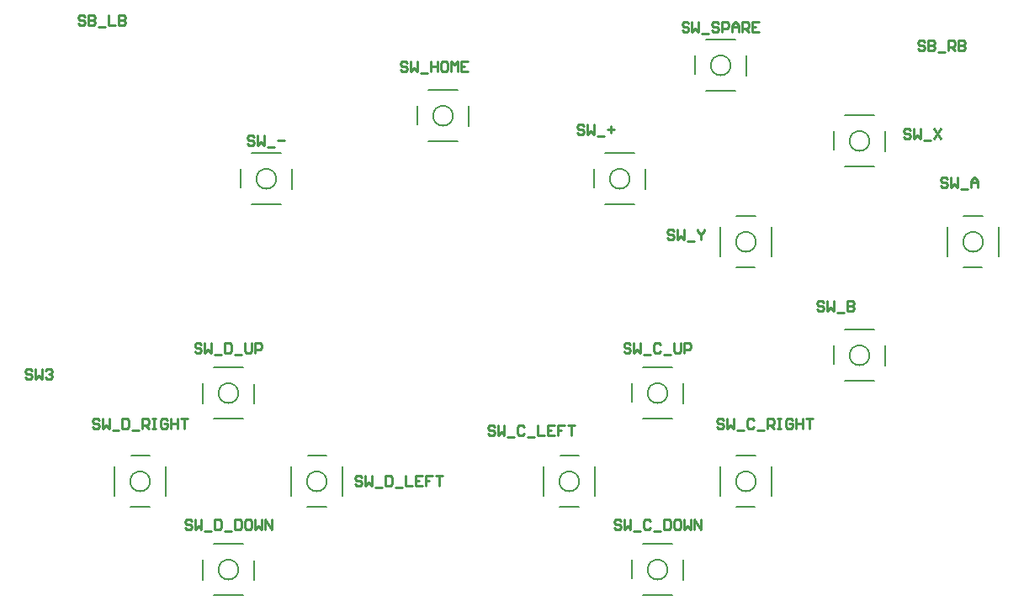
<source format=gto>
G04*
G04 #@! TF.GenerationSoftware,Altium Limited,CircuitMaker,2.2.1 (2.2.1.6)*
G04*
G04 Layer_Color=15132400*
%FSLAX25Y25*%
%MOIN*%
G70*
G04*
G04 #@! TF.SameCoordinates,AAD4B4F7-D1E0-42C2-89CD-4A0885FF1A0E*
G04*
G04*
G04 #@! TF.FilePolarity,Positive*
G04*
G01*
G75*
%ADD10C,0.00591*%
%ADD11C,0.00787*%
%ADD12C,0.01000*%
D10*
X338937Y200000D02*
G03*
X338937Y200000I-3937J0D01*
G01*
X383937Y240000D02*
G03*
X383937Y240000I-3937J0D01*
G01*
X328937Y270000D02*
G03*
X328937Y270000I-3937J0D01*
G01*
X338937Y105000D02*
G03*
X338937Y105000I-3937J0D01*
G01*
X303937Y140000D02*
G03*
X303937Y140000I-3937J0D01*
G01*
X268937Y105000D02*
G03*
X268937Y105000I-3937J0D01*
G01*
X303937Y70000D02*
G03*
X303937Y70000I-3937J0D01*
G01*
X133937Y140000D02*
G03*
X133937Y140000I-3937J0D01*
G01*
Y70000D02*
G03*
X133937Y70000I-3937J0D01*
G01*
X168937Y105000D02*
G03*
X168937Y105000I-3937J0D01*
G01*
X98937D02*
G03*
X98937Y105000I-3937J0D01*
G01*
X148937Y225000D02*
G03*
X148937Y225000I-3937J0D01*
G01*
X428937Y200000D02*
G03*
X428937Y200000I-3937J0D01*
G01*
X383937Y155000D02*
G03*
X383937Y155000I-3937J0D01*
G01*
X288937Y225000D02*
G03*
X288937Y225000I-3937J0D01*
G01*
X218937Y250000D02*
G03*
X218937Y250000I-3937J0D01*
G01*
D11*
X331063Y210236D02*
X338937D01*
X345236Y194095D02*
Y205906D01*
X324764Y194095D02*
Y205906D01*
X331063Y189764D02*
X338543D01*
X390236Y236063D02*
Y243937D01*
X374095Y229764D02*
X385906D01*
X374095Y250236D02*
X385906D01*
X369764Y236457D02*
Y243937D01*
X335236Y266063D02*
Y273937D01*
X319094Y259764D02*
X330906D01*
X319094Y280236D02*
X330906D01*
X314764Y266457D02*
Y273937D01*
X331063Y115236D02*
X338937D01*
X345236Y99094D02*
Y110906D01*
X324764Y99094D02*
Y110906D01*
X331063Y94764D02*
X338543D01*
X310236Y136063D02*
Y143937D01*
X294094Y129764D02*
X305906D01*
X294094Y150236D02*
X305906D01*
X289764Y136457D02*
Y143937D01*
X261063Y94764D02*
X268937D01*
X254764Y99094D02*
Y110906D01*
X275236Y99094D02*
Y110906D01*
X261457Y115236D02*
X268937D01*
X310236Y66063D02*
Y73937D01*
X294094Y59764D02*
X305906D01*
X294094Y80236D02*
X305906D01*
X289764Y66457D02*
Y73937D01*
X119764Y136063D02*
Y143937D01*
X124094Y150236D02*
X135906D01*
X124094Y129764D02*
X135906D01*
X140236Y136063D02*
Y143543D01*
X119764Y66063D02*
Y73937D01*
X124094Y80236D02*
X135906D01*
X124094Y59764D02*
X135906D01*
X140236Y66063D02*
Y73543D01*
X161063Y94764D02*
X168937D01*
X154764Y99094D02*
Y110906D01*
X175236Y99094D02*
Y110906D01*
X161457Y115236D02*
X168937D01*
X91063Y94764D02*
X98937D01*
X84764Y99094D02*
Y110906D01*
X105236Y99094D02*
Y110906D01*
X91457Y115236D02*
X98937D01*
X155236Y221063D02*
Y228937D01*
X139094Y214764D02*
X150906D01*
X139094Y235236D02*
X150906D01*
X134764Y221457D02*
Y228937D01*
X421063Y210236D02*
X428937D01*
X435236Y194095D02*
Y205906D01*
X414764Y194095D02*
Y205906D01*
X421063Y189764D02*
X428543D01*
X390236Y151063D02*
Y158937D01*
X374095Y144764D02*
X385906D01*
X374095Y165236D02*
X385906D01*
X369764Y151457D02*
Y158937D01*
X295236Y221063D02*
Y228937D01*
X279095Y214764D02*
X290905D01*
X279095Y235236D02*
X290905D01*
X274764Y221457D02*
Y228937D01*
X225236Y246063D02*
Y253937D01*
X209095Y239764D02*
X220905D01*
X209095Y260236D02*
X220905D01*
X204764Y246457D02*
Y253937D01*
D12*
X289337Y159166D02*
X288670Y159833D01*
X287337D01*
X286671Y159166D01*
Y158500D01*
X287337Y157833D01*
X288670D01*
X289337Y157167D01*
Y156500D01*
X288670Y155834D01*
X287337D01*
X286671Y156500D01*
X290670Y159833D02*
Y155834D01*
X292003Y157167D01*
X293336Y155834D01*
Y159833D01*
X294668Y155167D02*
X297334D01*
X301333Y159166D02*
X300666Y159833D01*
X299334D01*
X298667Y159166D01*
Y156500D01*
X299334Y155834D01*
X300666D01*
X301333Y156500D01*
X302666Y155167D02*
X305332D01*
X306664Y159833D02*
Y156500D01*
X307331Y155834D01*
X308664D01*
X309330Y156500D01*
Y159833D01*
X310663Y155834D02*
Y159833D01*
X312663D01*
X313329Y159166D01*
Y157833D01*
X312663Y157167D01*
X310663D01*
X52334Y148833D02*
X51668Y149499D01*
X50335D01*
X49668Y148833D01*
Y148167D01*
X50335Y147500D01*
X51668D01*
X52334Y146834D01*
Y146167D01*
X51668Y145501D01*
X50335D01*
X49668Y146167D01*
X53667Y149499D02*
Y145501D01*
X55000Y146834D01*
X56333Y145501D01*
Y149499D01*
X57666Y148833D02*
X58332Y149499D01*
X59665D01*
X60332Y148833D01*
Y148167D01*
X59665Y147500D01*
X58999D01*
X59665D01*
X60332Y146834D01*
Y146167D01*
X59665Y145501D01*
X58332D01*
X57666Y146167D01*
X306359Y204422D02*
X305692Y205088D01*
X304359D01*
X303693Y204422D01*
Y203756D01*
X304359Y203089D01*
X305692D01*
X306359Y202423D01*
Y201756D01*
X305692Y201090D01*
X304359D01*
X303693Y201756D01*
X307691Y205088D02*
Y201090D01*
X309024Y202423D01*
X310357Y201090D01*
Y205088D01*
X311690Y200423D02*
X314356D01*
X315689Y205088D02*
Y204422D01*
X317022Y203089D01*
X318355Y204422D01*
Y205088D01*
X317022Y203089D02*
Y201090D01*
X400335Y244166D02*
X399668Y244833D01*
X398336D01*
X397669Y244166D01*
Y243500D01*
X398336Y242833D01*
X399668D01*
X400335Y242167D01*
Y241500D01*
X399668Y240834D01*
X398336D01*
X397669Y241500D01*
X401668Y244833D02*
Y240834D01*
X403001Y242167D01*
X404334Y240834D01*
Y244833D01*
X405666Y240167D02*
X408332D01*
X409665Y244833D02*
X412331Y240834D01*
Y244833D02*
X409665Y240834D01*
X200866Y270832D02*
X200199Y271499D01*
X198866D01*
X198200Y270832D01*
Y270166D01*
X198866Y269499D01*
X200199D01*
X200866Y268833D01*
Y268166D01*
X200199Y267500D01*
X198866D01*
X198200Y268166D01*
X202199Y271499D02*
Y267500D01*
X203532Y268833D01*
X204865Y267500D01*
Y271499D01*
X206197Y266834D02*
X208863D01*
X210196Y271499D02*
Y267500D01*
Y269499D01*
X212862D01*
Y271499D01*
Y267500D01*
X216194Y271499D02*
X214861D01*
X214195Y270832D01*
Y268166D01*
X214861Y267500D01*
X216194D01*
X216861Y268166D01*
Y270832D01*
X216194Y271499D01*
X218194Y267500D02*
Y271499D01*
X219527Y270166D01*
X220859Y271499D01*
Y267500D01*
X224858Y271499D02*
X222192D01*
Y267500D01*
X224858D01*
X222192Y269499D02*
X223525D01*
X119337Y159166D02*
X118670Y159833D01*
X117337D01*
X116671Y159166D01*
Y158500D01*
X117337Y157833D01*
X118670D01*
X119337Y157167D01*
Y156500D01*
X118670Y155834D01*
X117337D01*
X116671Y156500D01*
X120670Y159833D02*
Y155834D01*
X122003Y157167D01*
X123336Y155834D01*
Y159833D01*
X124668Y155167D02*
X127334D01*
X128667Y159833D02*
Y155834D01*
X130666D01*
X131333Y156500D01*
Y159166D01*
X130666Y159833D01*
X128667D01*
X132666Y155167D02*
X135332D01*
X136664Y159833D02*
Y156500D01*
X137331Y155834D01*
X138664D01*
X139330Y156500D01*
Y159833D01*
X140663Y155834D02*
Y159833D01*
X142663D01*
X143329Y159166D01*
Y157833D01*
X142663Y157167D01*
X140663D01*
X78672Y129166D02*
X78005Y129833D01*
X76673D01*
X76006Y129166D01*
Y128500D01*
X76673Y127833D01*
X78005D01*
X78672Y127167D01*
Y126500D01*
X78005Y125834D01*
X76673D01*
X76006Y126500D01*
X80005Y129833D02*
Y125834D01*
X81338Y127167D01*
X82671Y125834D01*
Y129833D01*
X84004Y125167D02*
X86669D01*
X88002Y129833D02*
Y125834D01*
X90002D01*
X90668Y126500D01*
Y129166D01*
X90002Y129833D01*
X88002D01*
X92001Y125167D02*
X94667D01*
X96000Y125834D02*
Y129833D01*
X97999D01*
X98665Y129166D01*
Y127833D01*
X97999Y127167D01*
X96000D01*
X97333D02*
X98665Y125834D01*
X99998Y129833D02*
X101331D01*
X100665D01*
Y125834D01*
X99998D01*
X101331D01*
X105997Y129166D02*
X105330Y129833D01*
X103997D01*
X103331Y129166D01*
Y126500D01*
X103997Y125834D01*
X105330D01*
X105997Y126500D01*
Y127833D01*
X104664D01*
X107329Y129833D02*
Y125834D01*
Y127833D01*
X109995D01*
Y129833D01*
Y125834D01*
X111328Y129833D02*
X113994D01*
X112661D01*
Y125834D01*
X182838Y106666D02*
X182172Y107333D01*
X180839D01*
X180172Y106666D01*
Y106000D01*
X180839Y105333D01*
X182172D01*
X182838Y104667D01*
Y104000D01*
X182172Y103334D01*
X180839D01*
X180172Y104000D01*
X184171Y107333D02*
Y103334D01*
X185504Y104667D01*
X186837Y103334D01*
Y107333D01*
X188170Y102667D02*
X190835D01*
X192168Y107333D02*
Y103334D01*
X194168D01*
X194834Y104000D01*
Y106666D01*
X194168Y107333D01*
X192168D01*
X196167Y102667D02*
X198833D01*
X200166Y107333D02*
Y103334D01*
X202832D01*
X206830Y107333D02*
X204165D01*
Y103334D01*
X206830D01*
X204165Y105333D02*
X205497D01*
X210829Y107333D02*
X208163D01*
Y105333D01*
X209496D01*
X208163D01*
Y103334D01*
X212162Y107333D02*
X214828D01*
X213495D01*
Y103334D01*
X115338Y89166D02*
X114672Y89833D01*
X113339D01*
X112672Y89166D01*
Y88500D01*
X113339Y87833D01*
X114672D01*
X115338Y87167D01*
Y86500D01*
X114672Y85834D01*
X113339D01*
X112672Y86500D01*
X116671Y89833D02*
Y85834D01*
X118004Y87167D01*
X119337Y85834D01*
Y89833D01*
X120670Y85167D02*
X123336D01*
X124668Y89833D02*
Y85834D01*
X126668D01*
X127334Y86500D01*
Y89166D01*
X126668Y89833D01*
X124668D01*
X128667Y85167D02*
X131333D01*
X132666Y89833D02*
Y85834D01*
X134665D01*
X135332Y86500D01*
Y89166D01*
X134665Y89833D01*
X132666D01*
X138664D02*
X137331D01*
X136664Y89166D01*
Y86500D01*
X137331Y85834D01*
X138664D01*
X139330Y86500D01*
Y89166D01*
X138664Y89833D01*
X140663D02*
Y85834D01*
X141996Y87167D01*
X143329Y85834D01*
Y89833D01*
X144662Y85834D02*
Y89833D01*
X147328Y85834D01*
Y89833D01*
X326172Y129166D02*
X325505Y129833D01*
X324173D01*
X323506Y129166D01*
Y128500D01*
X324173Y127833D01*
X325505D01*
X326172Y127167D01*
Y126500D01*
X325505Y125834D01*
X324173D01*
X323506Y126500D01*
X327505Y129833D02*
Y125834D01*
X328838Y127167D01*
X330171Y125834D01*
Y129833D01*
X331504Y125167D02*
X334169D01*
X338168Y129166D02*
X337502Y129833D01*
X336169D01*
X335502Y129166D01*
Y126500D01*
X336169Y125834D01*
X337502D01*
X338168Y126500D01*
X339501Y125167D02*
X342167D01*
X343500Y125834D02*
Y129833D01*
X345499D01*
X346165Y129166D01*
Y127833D01*
X345499Y127167D01*
X343500D01*
X344833D02*
X346165Y125834D01*
X347498Y129833D02*
X348831D01*
X348165D01*
Y125834D01*
X347498D01*
X348831D01*
X353497Y129166D02*
X352830Y129833D01*
X351497D01*
X350831Y129166D01*
Y126500D01*
X351497Y125834D01*
X352830D01*
X353497Y126500D01*
Y127833D01*
X352164D01*
X354829Y129833D02*
Y125834D01*
Y127833D01*
X357495D01*
Y129833D01*
Y125834D01*
X358828Y129833D02*
X361494D01*
X360161D01*
Y125834D01*
X235338Y126666D02*
X234672Y127333D01*
X233339D01*
X232672Y126666D01*
Y126000D01*
X233339Y125333D01*
X234672D01*
X235338Y124667D01*
Y124000D01*
X234672Y123334D01*
X233339D01*
X232672Y124000D01*
X236671Y127333D02*
Y123334D01*
X238004Y124667D01*
X239337Y123334D01*
Y127333D01*
X240670Y122667D02*
X243336D01*
X247334Y126666D02*
X246668Y127333D01*
X245335D01*
X244668Y126666D01*
Y124000D01*
X245335Y123334D01*
X246668D01*
X247334Y124000D01*
X248667Y122667D02*
X251333D01*
X252666Y127333D02*
Y123334D01*
X255332D01*
X259330Y127333D02*
X256664D01*
Y123334D01*
X259330D01*
X256664Y125333D02*
X257997D01*
X263329Y127333D02*
X260663D01*
Y125333D01*
X261996D01*
X260663D01*
Y123334D01*
X264662Y127333D02*
X267328D01*
X265995D01*
Y123334D01*
X285338Y89166D02*
X284672Y89833D01*
X283339D01*
X282672Y89166D01*
Y88500D01*
X283339Y87833D01*
X284672D01*
X285338Y87167D01*
Y86500D01*
X284672Y85834D01*
X283339D01*
X282672Y86500D01*
X286671Y89833D02*
Y85834D01*
X288004Y87167D01*
X289337Y85834D01*
Y89833D01*
X290670Y85167D02*
X293336D01*
X297334Y89166D02*
X296668Y89833D01*
X295335D01*
X294668Y89166D01*
Y86500D01*
X295335Y85834D01*
X296668D01*
X297334Y86500D01*
X298667Y85167D02*
X301333D01*
X302666Y89833D02*
Y85834D01*
X304665D01*
X305332Y86500D01*
Y89166D01*
X304665Y89833D01*
X302666D01*
X308664D02*
X307331D01*
X306664Y89166D01*
Y86500D01*
X307331Y85834D01*
X308664D01*
X309330Y86500D01*
Y89166D01*
X308664Y89833D01*
X310663D02*
Y85834D01*
X311996Y87167D01*
X313329Y85834D01*
Y89833D01*
X314662Y85834D02*
Y89833D01*
X317328Y85834D01*
Y89833D01*
X365866Y175832D02*
X365199Y176499D01*
X363866D01*
X363200Y175832D01*
Y175166D01*
X363866Y174499D01*
X365199D01*
X365866Y173833D01*
Y173167D01*
X365199Y172500D01*
X363866D01*
X363200Y173167D01*
X367199Y176499D02*
Y172500D01*
X368532Y173833D01*
X369865Y172500D01*
Y176499D01*
X371197Y171834D02*
X373863D01*
X375196Y176499D02*
Y172500D01*
X377196D01*
X377862Y173167D01*
Y173833D01*
X377196Y174499D01*
X375196D01*
X377196D01*
X377862Y175166D01*
Y175832D01*
X377196Y176499D01*
X375196D01*
X414766Y224832D02*
X414099Y225499D01*
X412766D01*
X412100Y224832D01*
Y224166D01*
X412766Y223499D01*
X414099D01*
X414766Y222833D01*
Y222166D01*
X414099Y221500D01*
X412766D01*
X412100Y222166D01*
X416099Y225499D02*
Y221500D01*
X417432Y222833D01*
X418764Y221500D01*
Y225499D01*
X420097Y220834D02*
X422763D01*
X424096Y221500D02*
Y224166D01*
X425429Y225499D01*
X426762Y224166D01*
Y221500D01*
Y223499D01*
X424096D01*
X140335Y241666D02*
X139668Y242333D01*
X138336D01*
X137669Y241666D01*
Y241000D01*
X138336Y240333D01*
X139668D01*
X140335Y239667D01*
Y239000D01*
X139668Y238334D01*
X138336D01*
X137669Y239000D01*
X141668Y242333D02*
Y238334D01*
X143001Y239667D01*
X144334Y238334D01*
Y242333D01*
X145667Y237667D02*
X148332D01*
X149665Y240333D02*
X152331D01*
X270866Y245832D02*
X270199Y246499D01*
X268866D01*
X268200Y245832D01*
Y245166D01*
X268866Y244499D01*
X270199D01*
X270866Y243833D01*
Y243166D01*
X270199Y242500D01*
X268866D01*
X268200Y243166D01*
X272199Y246499D02*
Y242500D01*
X273532Y243833D01*
X274865Y242500D01*
Y246499D01*
X276197Y241834D02*
X278863D01*
X280196Y244499D02*
X282862D01*
X281529Y245832D02*
Y243166D01*
X312337Y286666D02*
X311671Y287333D01*
X310338D01*
X309672Y286666D01*
Y286000D01*
X310338Y285333D01*
X311671D01*
X312337Y284667D01*
Y284000D01*
X311671Y283334D01*
X310338D01*
X309672Y284000D01*
X313670Y287333D02*
Y283334D01*
X315003Y284667D01*
X316336Y283334D01*
Y287333D01*
X317669Y282667D02*
X320335D01*
X324334Y286666D02*
X323667Y287333D01*
X322334D01*
X321668Y286666D01*
Y286000D01*
X322334Y285333D01*
X323667D01*
X324334Y284667D01*
Y284000D01*
X323667Y283334D01*
X322334D01*
X321668Y284000D01*
X325666Y283334D02*
Y287333D01*
X327666D01*
X328332Y286666D01*
Y285333D01*
X327666Y284667D01*
X325666D01*
X329665Y283334D02*
Y286000D01*
X330998Y287333D01*
X332331Y286000D01*
Y283334D01*
Y285333D01*
X329665D01*
X333664Y283334D02*
Y287333D01*
X335663D01*
X336330Y286666D01*
Y285333D01*
X335663Y284667D01*
X333664D01*
X334997D02*
X336330Y283334D01*
X340328Y287333D02*
X337663D01*
Y283334D01*
X340328D01*
X337663Y285333D02*
X338996D01*
X405835Y279166D02*
X405169Y279833D01*
X403836D01*
X403170Y279166D01*
Y278500D01*
X403836Y277833D01*
X405169D01*
X405835Y277167D01*
Y276500D01*
X405169Y275834D01*
X403836D01*
X403170Y276500D01*
X407168Y279833D02*
Y275834D01*
X409168D01*
X409834Y276500D01*
Y277167D01*
X409168Y277833D01*
X407168D01*
X409168D01*
X409834Y278500D01*
Y279166D01*
X409168Y279833D01*
X407168D01*
X411167Y275167D02*
X413833D01*
X415166Y275834D02*
Y279833D01*
X417165D01*
X417832Y279166D01*
Y277833D01*
X417165Y277167D01*
X415166D01*
X416499D02*
X417832Y275834D01*
X419165Y279833D02*
Y275834D01*
X421164D01*
X421830Y276500D01*
Y277167D01*
X421164Y277833D01*
X419165D01*
X421164D01*
X421830Y278500D01*
Y279166D01*
X421164Y279833D01*
X419165D01*
X73335Y289166D02*
X72669Y289833D01*
X71336D01*
X70670Y289166D01*
Y288500D01*
X71336Y287833D01*
X72669D01*
X73335Y287167D01*
Y286500D01*
X72669Y285834D01*
X71336D01*
X70670Y286500D01*
X74668Y289833D02*
Y285834D01*
X76668D01*
X77334Y286500D01*
Y287167D01*
X76668Y287833D01*
X74668D01*
X76668D01*
X77334Y288500D01*
Y289166D01*
X76668Y289833D01*
X74668D01*
X78667Y285167D02*
X81333D01*
X82666Y289833D02*
Y285834D01*
X85332D01*
X86664Y289833D02*
Y285834D01*
X88664D01*
X89330Y286500D01*
Y287167D01*
X88664Y287833D01*
X86664D01*
X88664D01*
X89330Y288500D01*
Y289166D01*
X88664Y289833D01*
X86664D01*
M02*

</source>
